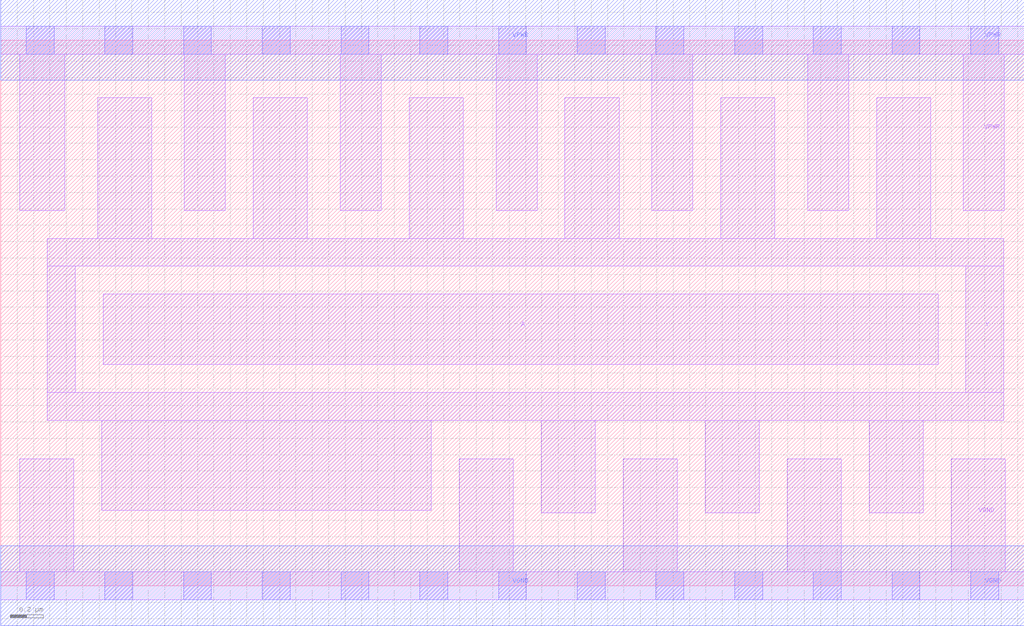
<source format=lef>
# Copyright 2020 The SkyWater PDK Authors
#
# Licensed under the Apache License, Version 2.0 (the "License");
# you may not use this file except in compliance with the License.
# You may obtain a copy of the License at
#
#     https://www.apache.org/licenses/LICENSE-2.0
#
# Unless required by applicable law or agreed to in writing, software
# distributed under the License is distributed on an "AS IS" BASIS,
# WITHOUT WARRANTIES OR CONDITIONS OF ANY KIND, either express or implied.
# See the License for the specific language governing permissions and
# limitations under the License.
#
# SPDX-License-Identifier: Apache-2.0

VERSION 5.7 ;
  NAMESCASESENSITIVE ON ;
  NOWIREEXTENSIONATPIN ON ;
  DIVIDERCHAR "/" ;
  BUSBITCHARS "[]" ;
UNITS
  DATABASE MICRONS 200 ;
END UNITS
MACRO sky130_fd_sc_hs__clkinv_8
  CLASS CORE ;
  SOURCE USER ;
  FOREIGN sky130_fd_sc_hs__clkinv_8 ;
  ORIGIN  0.000000  0.000000 ;
  SIZE  6.240000 BY  3.330000 ;
  SYMMETRY X Y ;
  SITE unit ;
  PIN A
    ANTENNAGATEAREA  2.520000 ;
    DIRECTION INPUT ;
    USE SIGNAL ;
    PORT
      LAYER li1 ;
        RECT 0.625000 1.350000 5.715000 1.780000 ;
    END
  END A
  PIN Y
    ANTENNADIFFAREA  3.242400 ;
    DIRECTION OUTPUT ;
    USE SIGNAL ;
    PORT
      LAYER li1 ;
        RECT 0.285000 1.010000 6.115000 1.180000 ;
        RECT 0.285000 1.180000 0.455000 1.950000 ;
        RECT 0.285000 1.950000 6.115000 2.120000 ;
        RECT 0.590000 2.120000 0.920000 2.980000 ;
        RECT 0.615000 0.460000 2.625000 1.010000 ;
        RECT 1.540000 2.120000 1.870000 2.980000 ;
        RECT 2.490000 2.120000 2.820000 2.980000 ;
        RECT 3.295000 0.445000 3.625000 1.010000 ;
        RECT 3.440000 2.120000 3.770000 2.980000 ;
        RECT 4.295000 0.445000 4.625000 1.010000 ;
        RECT 4.390000 2.120000 4.720000 2.980000 ;
        RECT 5.295000 0.445000 5.625000 1.010000 ;
        RECT 5.340000 2.120000 5.670000 2.980000 ;
        RECT 5.885000 1.180000 6.115000 1.950000 ;
    END
  END Y
  PIN VGND
    DIRECTION INOUT ;
    USE GROUND ;
    PORT
      LAYER li1 ;
        RECT 0.000000 -0.085000 6.240000 0.085000 ;
        RECT 0.115000  0.085000 0.445000 0.775000 ;
        RECT 2.795000  0.085000 3.125000 0.775000 ;
        RECT 3.795000  0.085000 4.125000 0.775000 ;
        RECT 4.795000  0.085000 5.125000 0.775000 ;
        RECT 5.795000  0.085000 6.125000 0.775000 ;
      LAYER mcon ;
        RECT 0.155000 -0.085000 0.325000 0.085000 ;
        RECT 0.635000 -0.085000 0.805000 0.085000 ;
        RECT 1.115000 -0.085000 1.285000 0.085000 ;
        RECT 1.595000 -0.085000 1.765000 0.085000 ;
        RECT 2.075000 -0.085000 2.245000 0.085000 ;
        RECT 2.555000 -0.085000 2.725000 0.085000 ;
        RECT 3.035000 -0.085000 3.205000 0.085000 ;
        RECT 3.515000 -0.085000 3.685000 0.085000 ;
        RECT 3.995000 -0.085000 4.165000 0.085000 ;
        RECT 4.475000 -0.085000 4.645000 0.085000 ;
        RECT 4.955000 -0.085000 5.125000 0.085000 ;
        RECT 5.435000 -0.085000 5.605000 0.085000 ;
        RECT 5.915000 -0.085000 6.085000 0.085000 ;
      LAYER met1 ;
        RECT 0.000000 -0.245000 6.240000 0.245000 ;
    END
  END VGND
  PIN VPWR
    DIRECTION INOUT ;
    USE POWER ;
    PORT
      LAYER li1 ;
        RECT 0.000000 3.245000 6.240000 3.415000 ;
        RECT 0.115000 2.290000 0.390000 3.245000 ;
        RECT 1.120000 2.290000 1.370000 3.245000 ;
        RECT 2.070000 2.290000 2.320000 3.245000 ;
        RECT 3.020000 2.290000 3.270000 3.245000 ;
        RECT 3.970000 2.290000 4.220000 3.245000 ;
        RECT 4.920000 2.290000 5.170000 3.245000 ;
        RECT 5.870000 2.290000 6.120000 3.245000 ;
      LAYER mcon ;
        RECT 0.155000 3.245000 0.325000 3.415000 ;
        RECT 0.635000 3.245000 0.805000 3.415000 ;
        RECT 1.115000 3.245000 1.285000 3.415000 ;
        RECT 1.595000 3.245000 1.765000 3.415000 ;
        RECT 2.075000 3.245000 2.245000 3.415000 ;
        RECT 2.555000 3.245000 2.725000 3.415000 ;
        RECT 3.035000 3.245000 3.205000 3.415000 ;
        RECT 3.515000 3.245000 3.685000 3.415000 ;
        RECT 3.995000 3.245000 4.165000 3.415000 ;
        RECT 4.475000 3.245000 4.645000 3.415000 ;
        RECT 4.955000 3.245000 5.125000 3.415000 ;
        RECT 5.435000 3.245000 5.605000 3.415000 ;
        RECT 5.915000 3.245000 6.085000 3.415000 ;
      LAYER met1 ;
        RECT 0.000000 3.085000 6.240000 3.575000 ;
    END
  END VPWR
END sky130_fd_sc_hs__clkinv_8

</source>
